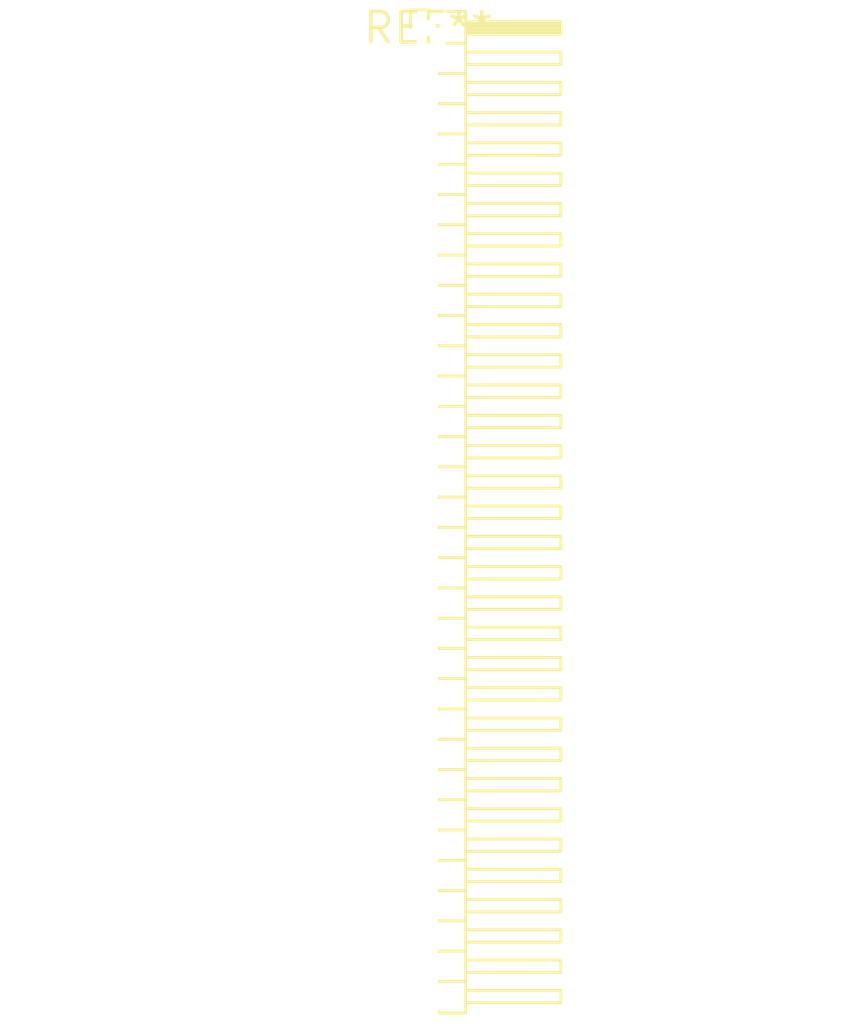
<source format=kicad_pcb>
(kicad_pcb (version 20240108) (generator pcbnew)
  (layers (0 "F.Cu" signal) (31 "B.Cu" signal) (34 "B.Paste" user) (35 "F.Paste" user) (36 "B.SilkS" user "B.Silkscreen") (37 "F.SilkS" user "F.Silkscreen") (38 "B.Mask" user) (39 "F.Mask" user) (44 "Edge.Cuts" user))
  (net 0 "")
  (footprint "PinHeader_1x33_P1.27mm_Horizontal" (layer "F.Cu") (at 0 0)
    (property "Reference" "REF**")
    (property "Value" "PinHeader_1x33_P1.27mm_Horizontal")
    (fp_line (start -0.76 -0.76) (end 0 -0.76) (layer "F.SilkS") (stroke (width 0.12)))
    (fp_line (start -0.76 0) (end -0.76 -0.76) (layer "F.SilkS") (stroke (width 0.12)))
    (fp_line (start 0.44 1.889677) (end 0.44 1.920323) (layer "F.SilkS") (stroke (width 0.12)))
    (fp_line (start 0.44 1.905) (end 1.56 1.905) (layer "F.SilkS") (stroke (width 0.12)))
    (fp_line (start 0.44 3.159677) (end 0.44 3.190323) (layer "F.SilkS") (stroke (width 0.12)))
    (fp_line (start 0.44 3.175) (end 1.56 3.175) (layer "F.SilkS") (stroke (width 0.12)))
    (fp_line (start 0.44 4.429677) (end 0.44 4.460323) (layer "F.SilkS") (stroke (width 0.12)))
    (fp_line (start 0.44 4.445) (end 1.56 4.445) (layer "F.SilkS") (stroke (width 0.12)))
    (fp_line (start 0.44 5.699677) (end 0.44 5.730323) (layer "F.SilkS") (stroke (width 0.12)))
    (fp_line (start 0.44 5.715) (end 1.56 5.715) (layer "F.SilkS") (stroke (width 0.12)))
    (fp_line (start 0.44 6.969677) (end 0.44 7.000323) (layer "F.SilkS") (stroke (width 0.12)))
    (fp_line (start 0.44 6.985) (end 1.56 6.985) (layer "F.SilkS") (stroke (width 0.12)))
    (fp_line (start 0.44 8.239677) (end 0.44 8.270323) (layer "F.SilkS") (stroke (width 0.12)))
    (fp_line (start 0.44 8.255) (end 1.56 8.255) (layer "F.SilkS") (stroke (width 0.12)))
    (fp_line (start 0.44 9.509677) (end 0.44 9.540323) (layer "F.SilkS") (stroke (width 0.12)))
    (fp_line (start 0.44 9.525) (end 1.56 9.525) (layer "F.SilkS") (stroke (width 0.12)))
    (fp_line (start 0.44 10.779677) (end 0.44 10.810323) (layer "F.SilkS") (stroke (width 0.12)))
    (fp_line (start 0.44 10.795) (end 1.56 10.795) (layer "F.SilkS") (stroke (width 0.12)))
    (fp_line (start 0.44 12.049677) (end 0.44 12.080323) (layer "F.SilkS") (stroke (width 0.12)))
    (fp_line (start 0.44 12.065) (end 1.56 12.065) (layer "F.SilkS") (stroke (width 0.12)))
    (fp_line (start 0.44 13.319677) (end 0.44 13.350323) (layer "F.SilkS") (stroke (width 0.12)))
    (fp_line (start 0.44 13.335) (end 1.56 13.335) (layer "F.SilkS") (stroke (width 0.12)))
    (fp_line (start 0.44 14.589677) (end 0.44 14.620323) (layer "F.SilkS") (stroke (width 0.12)))
    (fp_line (start 0.44 14.605) (end 1.56 14.605) (layer "F.SilkS") (stroke (width 0.12)))
    (fp_line (start 0.44 15.859677) (end 0.44 15.890323) (layer "F.SilkS") (stroke (width 0.12)))
    (fp_line (start 0.44 15.875) (end 1.56 15.875) (layer "F.SilkS") (stroke (width 0.12)))
    (fp_line (start 0.44 17.129677) (end 0.44 17.160323) (layer "F.SilkS") (stroke (width 0.12)))
    (fp_line (start 0.44 17.145) (end 1.56 17.145) (layer "F.SilkS") (stroke (width 0.12)))
    (fp_line (start 0.44 18.399677) (end 0.44 18.430323) (layer "F.SilkS") (stroke (width 0.12)))
    (fp_line (start 0.44 18.415) (end 1.56 18.415) (layer "F.SilkS") (stroke (width 0.12)))
    (fp_line (start 0.44 19.669677) (end 0.44 19.700323) (layer "F.SilkS") (stroke (width 0.12)))
    (fp_line (start 0.44 19.685) (end 1.56 19.685) (layer "F.SilkS") (stroke (width 0.12)))
    (fp_line (start 0.44 20.939677) (end 0.44 20.970323) (layer "F.SilkS") (stroke (width 0.12)))
    (fp_line (start 0.44 20.955) (end 1.56 20.955) (layer "F.SilkS") (stroke (width 0.12)))
    (fp_line (start 0.44 22.209677) (end 0.44 22.240323) (layer "F.SilkS") (stroke (width 0.12)))
    (fp_line (start 0.44 22.225) (end 1.56 22.225) (layer "F.SilkS") (stroke (width 0.12)))
    (fp_line (start 0.44 23.479677) (end 0.44 23.510323) (layer "F.SilkS") (stroke (width 0.12)))
    (fp_line (start 0.44 23.495) (end 1.56 23.495) (layer "F.SilkS") (stroke (width 0.12)))
    (fp_line (start 0.44 24.749677) (end 0.44 24.780323) (layer "F.SilkS") (stroke (width 0.12)))
    (fp_line (start 0.44 24.765) (end 1.56 24.765) (layer "F.SilkS") (stroke (width 0.12)))
    (fp_line (start 0.44 26.019677) (end 0.44 26.050323) (layer "F.SilkS") (stroke (width 0.12)))
    (fp_line (start 0.44 26.035) (end 1.56 26.035) (layer "F.SilkS") (stroke (width 0.12)))
    (fp_line (start 0.44 27.289677) (end 0.44 27.320323) (layer "F.SilkS") (stroke (width 0.12)))
    (fp_line (start 0.44 27.305) (end 1.56 27.305) (layer "F.SilkS") (stroke (width 0.12)))
    (fp_line (start 0.44 28.559677) (end 0.44 28.590323) (layer "F.SilkS") (stroke (width 0.12)))
    (fp_line (start 0.44 28.575) (end 1.56 28.575) (layer "F.SilkS") (stroke (width 0.12)))
    (fp_line (start 0.44 29.829677) (end 0.44 29.860323) (layer "F.SilkS") (stroke (width 0.12)))
    (fp_line (start 0.44 29.845) (end 1.56 29.845) (layer "F.SilkS") (stroke (width 0.12)))
    (fp_line (start 0.44 31.099677) (end 0.44 31.130323) (layer "F.SilkS") (stroke (width 0.12)))
    (fp_line (start 0.44 31.115) (end 1.56 31.115) (layer "F.SilkS") (stroke (width 0.12)))
    (fp_line (start 0.44 32.369677) (end 0.44 32.400323) (layer "F.SilkS") (stroke (width 0.12)))
    (fp_line (start 0.44 32.385) (end 1.56 32.385) (layer "F.SilkS") (stroke (width 0.12)))
    (fp_line (start 0.44 33.639677) (end 0.44 33.670323) (layer "F.SilkS") (stroke (width 0.12)))
    (fp_line (start 0.44 33.655) (end 1.56 33.655) (layer "F.SilkS") (stroke (width 0.12)))
    (fp_line (start 0.44 34.909677) (end 0.44 34.940323) (layer "F.SilkS") (stroke (width 0.12)))
    (fp_line (start 0.44 34.925) (end 1.56 34.925) (layer "F.SilkS") (stroke (width 0.12)))
    (fp_line (start 0.44 36.179677) (end 0.44 36.210323) (layer "F.SilkS") (stroke (width 0.12)))
    (fp_line (start 0.44 36.195) (end 1.56 36.195) (layer "F.SilkS") (stroke (width 0.12)))
    (fp_line (start 0.44 37.449677) (end 0.44 37.480323) (layer "F.SilkS") (stroke (width 0.12)))
    (fp_line (start 0.44 37.465) (end 1.56 37.465) (layer "F.SilkS") (stroke (width 0.12)))
    (fp_line (start 0.44 38.719677) (end 0.44 38.750323) (layer "F.SilkS") (stroke (width 0.12)))
    (fp_line (start 0.44 38.735) (end 1.56 38.735) (layer "F.SilkS") (stroke (width 0.12)))
    (fp_line (start 0.44 39.989677) (end 0.44 40.020323) (layer "F.SilkS") (stroke (width 0.12)))
    (fp_line (start 0.44 40.005) (end 1.56 40.005) (layer "F.SilkS") (stroke (width 0.12)))
    (fp_line (start 0.44 41.335) (end 0.44 41.259677) (layer "F.SilkS") (stroke (width 0.12)))
    (fp_line (start 0.76 -0.695) (end 1.56 -0.695) (layer "F.SilkS") (stroke (width 0.12)))
    (fp_line (start 0.76 0.635) (end 1.56 0.635) (layer "F.SilkS") (stroke (width 0.12)))
    (fp_line (start 1.56 -0.695) (end 1.56 41.335) (layer "F.SilkS") (stroke (width 0.12)))
    (fp_line (start 1.56 -0.26) (end 5.56 -0.26) (layer "F.SilkS") (stroke (width 0.12)))
    (fp_line (start 1.56 -0.2) (end 5.56 -0.2) (layer "F.SilkS") (stroke (width 0.12)))
    (fp_line (start 1.56 -0.08) (end 5.56 -0.08) (layer "F.SilkS") (stroke (width 0.12)))
    (fp_line (start 1.56 0.04) (end 5.56 0.04) (layer "F.SilkS") (stroke (width 0.12)))
    (fp_line (start 1.56 0.16) (end 5.56 0.16) (layer "F.SilkS") (stroke (width 0.12)))
    (fp_line (start 1.56 1.01) (end 5.56 1.01) (layer "F.SilkS") (stroke (width 0.12)))
    (fp_line (start 1.56 2.28) (end 5.56 2.28) (layer "F.SilkS") (stroke (width 0.12)))
    (fp_line (start 1.56 3.55) (end 5.56 3.55) (layer "F.SilkS") (stroke (width 0.12)))
    (fp_line (start 1.56 4.82) (end 5.56 4.82) (layer "F.SilkS") (stroke (width 0.12)))
    (fp_line (start 1.56 6.09) (end 5.56 6.09) (layer "F.SilkS") (stroke (width 0.12)))
    (fp_line (start 1.56 7.36) (end 5.56 7.36) (layer "F.SilkS") (stroke (width 0.12)))
    (fp_line (start 1.56 8.63) (end 5.56 8.63) (layer "F.SilkS") (stroke (width 0.12)))
    (fp_line (start 1.56 9.9) (end 5.56 9.9) (layer "F.SilkS") (stroke (width 0.12)))
    (fp_line (start 1.56 11.17) (end 5.56 11.17) (layer "F.SilkS") (stroke (width 0.12)))
    (fp_line (start 1.56 12.44) (end 5.56 12.44) (layer "F.SilkS") (stroke (width 0.12)))
    (fp_line (start 1.56 13.71) (end 5.56 13.71) (layer "F.SilkS") (stroke (width 0.12)))
    (fp_line (start 1.56 14.98) (end 5.56 14.98) (layer "F.SilkS") (stroke (width 0.12)))
    (fp_line (start 1.56 16.25) (end 5.56 16.25) (layer "F.SilkS") (stroke (width 0.12)))
    (fp_line (start 1.56 17.52) (end 5.56 17.52) (layer "F.SilkS") (stroke (width 0.12)))
    (fp_line (start 1.56 18.79) (end 5.56 18.79) (layer "F.SilkS") (stroke (width 0.12)))
    (fp_line (start 1.56 20.06) (end 5.56 20.06) (layer "F.SilkS") (stroke (width 0.12)))
    (fp_line (start 1.56 21.33) (end 5.56 21.33) (layer "F.SilkS") (stroke (width 0.12)))
    (fp_line (start 1.56 22.6) (end 5.56 22.6) (layer "F.SilkS") (stroke (width 0.12)))
    (fp_line (start 1.56 23.87) (end 5.56 23.87) (layer "F.SilkS") (stroke (width 0.12)))
    (fp_line (start 1.56 25.14) (end 5.56 25.14) (layer "F.SilkS") (stroke (width 0.12)))
    (fp_line (start 1.56 26.41) (end 5.56 26.41) (layer "F.SilkS") (stroke (width 0.12)))
    (fp_line (start 1.56 27.68) (end 5.56 27.68) (layer "F.SilkS") (stroke (width 0.12)))
    (fp_line (start 1.56 28.95) (end 5.56 28.95) (layer "F.SilkS") (stroke (width 0.12)))
    (fp_line (start 1.56 30.22) (end 5.56 30.22) (layer "F.SilkS") (stroke (width 0.12)))
    (fp_line (start 1.56 31.49) (end 5.56 31.49) (layer "F.SilkS") (stroke (width 0.12)))
    (fp_line (start 1.56 32.76) (end 5.56 32.76) (layer "F.SilkS") (stroke (width 0.12)))
    (fp_line (start 1.56 34.03) (end 5.56 34.03) (layer "F.SilkS") (stroke (width 0.12)))
    (fp_line (start 1.56 35.3) (end 5.56 35.3) (layer "F.SilkS") (stroke (width 0.12)))
    (fp_line (start 1.56 36.57) (end 5.56 36.57) (layer "F.SilkS") (stroke (width 0.12)))
    (fp_line (start 1.56 37.84) (end 5.56 37.84) (layer "F.SilkS") (stroke (width 0.12)))
    (fp_line (start 1.56 39.11) (end 5.56 39.11) (layer "F.SilkS") (stroke (width 0.12)))
    (fp_line (start 1.56 40.38) (end 5.56 40.38) (layer "F.SilkS") (stroke (width 0.12)))
    (fp_line (start 1.56 41.335) (end 0.44 41.335) (layer "F.SilkS") (stroke (width 0.12)))
    (fp_line (start 5.56 -0.26) (end 5.56 0.26) (layer "F.SilkS") (stroke (width 0.12)))
    (fp_line (start 5.56 0.26) (end 1.56 0.26) (layer "F.SilkS") (stroke (width 0.12)))
    (fp_line (start 5.56 1.01) (end 5.56 1.53) (layer "F.SilkS") (stroke (width 0.12)))
    (fp_line (start 5.56 1.53) (end 1.56 1.53) (layer "F.SilkS") (stroke (width 0.12)))
    (fp_line (start 5.56 2.28) (end 5.56 2.8) (layer "F.SilkS") (stroke (width 0.12)))
    (fp_line (start 5.56 2.8) (end 1.56 2.8) (layer "F.SilkS") (stroke (width 0.12)))
    (fp_line (start 5.56 3.55) (end 5.56 4.07) (layer "F.SilkS") (stroke (width 0.12)))
    (fp_line (start 5.56 4.07) (end 1.56 4.07) (layer "F.SilkS") (stroke (width 0.12)))
    (fp_line (start 5.56 4.82) (end 5.56 5.34) (layer "F.SilkS") (stroke (width 0.12)))
    (fp_line (start 5.56 5.34) (end 1.56 5.34) (layer "F.SilkS") (stroke (width 0.12)))
    (fp_line (start 5.56 6.09) (end 5.56 6.61) (layer "F.SilkS") (stroke (width 0.12)))
    (fp_line (start 5.56 6.61) (end 1.56 6.61) (layer "F.SilkS") (stroke (width 0.12)))
    (fp_line (start 5.56 7.36) (end 5.56 7.88) (layer "F.SilkS") (stroke (width 0.12)))
    (fp_line (start 5.56 7.88) (end 1.56 7.88) (layer "F.SilkS") (stroke (width 0.12)))
    (fp_line (start 5.56 8.63) (end 5.56 9.15) (layer "F.SilkS") (stroke (width 0.12)))
    (fp_line (start 5.56 9.15) (end 1.56 9.15) (layer "F.SilkS") (stroke (width 0.12)))
    (fp_line (start 5.56 9.9) (end 5.56 10.42) (layer "F.SilkS") (stroke (width 0.12)))
    (fp_line (start 5.56 10.42) (end 1.56 10.42) (layer "F.SilkS") (stroke (width 0.12)))
    (fp_line (start 5.56 11.17) (end 5.56 11.69) (layer "F.SilkS") (stroke (width 0.12)))
    (fp_line (start 5.56 11.69) (end 1.56 11.69) (layer "F.SilkS") (stroke (width 0.12)))
    (fp_line (start 5.56 12.44) (end 5.56 12.96) (layer "F.SilkS") (stroke (width 0.12)))
    (fp_line (start 5.56 12.96) (end 1.56 12.96) (layer "F.SilkS") (stroke (width 0.12)))
    (fp_line (start 5.56 13.71) (end 5.56 14.23) (layer "F.SilkS") (stroke (width 0.12)))
    (fp_line (start 5.56 14.23) (end 1.56 14.23) (layer "F.SilkS") (stroke (width 0.12)))
    (fp_line (start 5.56 14.98) (end 5.56 15.5) (layer "F.SilkS") (stroke (width 0.12)))
    (fp_line (start 5.56 15.5) (end 1.56 15.5) (layer "F.SilkS") (stroke (width 0.12)))
    (fp_line (start 5.56 16.25) (end 5.56 16.77) (layer "F.SilkS") (stroke (width 0.12)))
    (fp_line (start 5.56 16.77) (end 1.56 16.77) (layer "F.SilkS") (stroke (width 0.12)))
    (fp_line (start 5.56 17.52) (end 5.56 18.04) (layer "F.SilkS") (stroke (width 0.12)))
    (fp_line (start 5.56 18.04) (end 1.56 18.04) (layer "F.SilkS") (stroke (width 0.12)))
    (fp_line (start 5.56 18.79) (end 5.56 19.31) (layer "F.SilkS") (stroke (width 0.12)))
    (fp_line (start 5.56 19.31) (end 1.56 19.31) (layer "F.SilkS") (stroke (width 0.12)))
    (fp_line (start 5.56 20.06) (end 5.56 20.58) (layer "F.SilkS") (stroke (width 0.12)))
    (fp_line (start 5.56 20.58) (end 1.56 20.58) (layer "F.SilkS") (stroke (width 0.12)))
    (fp_line (start 5.56 21.33) (end 5.56 21.85) (layer "F.SilkS") (stroke (width 0.12)))
    (fp_line (start 5.56 21.85) (end 1.56 21.85) (layer "F.SilkS") (stroke (width 0.12)))
    (fp_line (start 5.56 22.6) (end 5.56 23.12) (layer "F.SilkS") (stroke (width 0.12)))
    (fp_line (start 5.56 23.12) (end 1.56 23.12) (layer "F.SilkS") (stroke (width 0.12)))
    (fp_line (start 5.56 23.87) (end 5.56 24.39) (layer "F.SilkS") (stroke (width 0.12)))
    (fp_line (start 5.56 24.39) (end 1.56 24.39) (layer "F.SilkS") (stroke (width 0.12)))
    (fp_line (start 5.56 25.14) (end 5.56 25.66) (layer "F.SilkS") (stroke (width 0.12)))
    (fp_line (start 5.56 25.66) (end 1.56 25.66) (layer "F.SilkS") (stroke (width 0.12)))
    (fp_line (start 5.56 26.41) (end 5.56 26.93) (layer "F.SilkS") (stroke (width 0.12)))
    (fp_line (start 5.56 26.93) (end 1.56 26.93) (layer "F.SilkS") (stroke (width 0.12)))
    (fp_line (start 5.56 27.68) (end 5.56 28.2) (layer "F.SilkS") (stroke (width 0.12)))
    (fp_line (start 5.56 28.2) (end 1.56 28.2) (layer "F.SilkS") (stroke (width 0.12)))
    (fp_line (start 5.56 28.95) (end 5.56 29.47) (layer "F.SilkS") (stroke (width 0.12)))
    (fp_line (start 5.56 29.47) (end 1.56 29.47) (layer "F.SilkS") (stroke (width 0.12)))
    (fp_line (start 5.56 30.22) (end 5.56 30.74) (layer "F.SilkS") (stroke (width 0.12)))
    (fp_line (start 5.56 30.74) (end 1.56 30.74) (layer "F.SilkS") (stroke (width 0.12)))
    (fp_line (start 5.56 31.49) (end 5.56 32.01) (layer "F.SilkS") (stroke (width 0.12)))
    (fp_line (start 5.56 32.01) (end 1.56 32.01) (layer "F.SilkS") (stroke (width 0.12)))
    (fp_line (start 5.56 32.76) (end 5.56 33.28) (layer "F.SilkS") (stroke (width 0.12)))
    (fp_line (start 5.56 33.28) (end 1.56 33.28) (layer "F.SilkS") (stroke (width 0.12)))
    (fp_line (start 5.56 34.03) (end 5.56 34.55) (layer "F.SilkS") (stroke (width 0.12)))
    (fp_line (start 5.56 34.55) (end 1.56 34.55) (layer "F.SilkS") (stroke (width 0.12)))
    (fp_line (start 5.56 35.3) (end 5.56 35.82) (layer "F.SilkS") (stroke (width 0.12)))
    (fp_line (start 5.56 35.82) (end 1.56 35.82) (layer "F.SilkS") (stroke (width 0.12)))
    (fp_line (start 5.56 36.57) (end 5.56 37.09) (layer "F.SilkS") (stroke (width 0.12)))
    (fp_line (start 5.56 37.09) (end 1.56 37.09) (layer "F.SilkS") (stroke (width 0.12)))
    (fp_line (start 5.56 37.84) (end 5.56 38.36) (layer "F.SilkS") (stroke (width 0.12)))
    (fp_line (start 5.56 38.36) (end 1.56 38.36) (layer "F.SilkS") (stroke (width 0.12)))
    (fp_line (start 5.56 39.11) (end 5.56 39.63) (layer "F.SilkS") (stroke (width 0.12)))
    (fp_line (start 5.56 39.63) (end 1.56 39.63) (layer "F.SilkS") (stroke (width 0.12)))
    (fp_line (start 5.56 40.38) (end 5.56 40.9) (layer "F.SilkS") (stroke (width 0.12)))
    (fp_line (start 5.56 40.9) (end 1.56 40.9) (layer "F.SilkS") (stroke (width 0.12)))
    (pad "1" thru_hole rect (at 0 0) (size 1 1) (drill 0.65) (layers *.Cu *.Mask) (remove_unused_layers))
    (pad "2" thru_hole oval (at 0 1.27) (size 1 1) (drill 0.65) (layers *.Cu *.Mask) (remove_unused_layers))
    (pad "3" thru_hole oval (at 0 2.54) (size 1 1) (drill 0.65) (layers *.Cu *.Mask) (remove_unused_layers))
    (pad "4" thru_hole oval (at 0 3.81) (size 1 1) (drill 0.65) (layers *.Cu *.Mask) (remove_unused_layers))
    (pad "5" thru_hole oval (at 0 5.08) (size 1 1) (drill 0.65) (layers *.Cu *.Mask) (remove_unused_layers))
    (pad "6" thru_hole oval (at 0 6.35) (size 1 1) (drill 0.65) (layers *.Cu *.Mask) (remove_unused_layers))
    (pad "7" thru_hole oval (at 0 7.62) (size 1 1) (drill 0.65) (layers *.Cu *.Mask) (remove_unused_layers))
    (pad "8" thru_hole oval (at 0 8.89) (size 1 1) (drill 0.65) (layers *.Cu *.Mask) (remove_unused_layers))
    (pad "9" thru_hole oval (at 0 10.16) (size 1 1) (drill 0.65) (layers *.Cu *.Mask) (remove_unused_layers))
    (pad "10" thru_hole oval (at 0 11.43) (size 1 1) (drill 0.65) (layers *.Cu *.Mask) (remove_unused_layers))
    (pad "11" thru_hole oval (at 0 12.7) (size 1 1) (drill 0.65) (layers *.Cu *.Mask) (remove_unused_layers))
    (pad "12" thru_hole oval (at 0 13.97) (size 1 1) (drill 0.65) (layers *.Cu *.Mask) (remove_unused_layers))
    (pad "13" thru_hole oval (at 0 15.24) (size 1 1) (drill 0.65) (layers *.Cu *.Mask) (remove_unused_layers))
    (pad "14" thru_hole oval (at 0 16.51) (size 1 1) (drill 0.65) (layers *.Cu *.Mask) (remove_unused_layers))
    (pad "15" thru_hole oval (at 0 17.78) (size 1 1) (drill 0.65) (layers *.Cu *.Mask) (remove_unused_layers))
    (pad "16" thru_hole oval (at 0 19.05) (size 1 1) (drill 0.65) (layers *.Cu *.Mask) (remove_unused_layers))
    (pad "17" thru_hole oval (at 0 20.32) (size 1 1) (drill 0.65) (layers *.Cu *.Mask) (remove_unused_layers))
    (pad "18" thru_hole oval (at 0 21.59) (size 1 1) (drill 0.65) (layers *.Cu *.Mask) (remove_unused_layers))
    (pad "19" thru_hole oval (at 0 22.86) (size 1 1) (drill 0.65) (layers *.Cu *.Mask) (remove_unused_layers))
    (pad "20" thru_hole oval (at 0 24.13) (size 1 1) (drill 0.65) (layers *.Cu *.Mask) (remove_unused_layers))
    (pad "21" thru_hole oval (at 0 25.4) (size 1 1) (drill 0.65) (layers *.Cu *.Mask) (remove_unused_layers))
    (pad "22" thru_hole oval (at 0 26.67) (size 1 1) (drill 0.65) (layers *.Cu *.Mask) (remove_unused_layers))
    (pad "23" thru_hole oval (at 0 27.94) (size 1 1) (drill 0.65) (layers *.Cu *.Mask) (remove_unused_layers))
    (pad "24" thru_hole oval (at 0 29.21) (size 1 1) (drill 0.65) (layers *.Cu *.Mask) (remove_unused_layers))
    (pad "25" thru_hole oval (at 0 30.48) (size 1 1) (drill 0.65) (layers *.Cu *.Mask) (remove_unused_layers))
    (pad "26" thru_hole oval (at 0 31.75) (size 1 1) (drill 0.65) (layers *.Cu *.Mask) (remove_unused_layers))
    (pad "27" thru_hole oval (at 0 33.02) (size 1 1) (drill 0.65) (layers *.Cu *.Mask) (remove_unused_layers))
    (pad "28" thru_hole oval (at 0 34.29) (size 1 1) (drill 0.65) (layers *.Cu *.Mask) (remove_unused_layers))
    (pad "29" thru_hole oval (at 0 35.56) (size 1 1) (drill 0.65) (layers *.Cu *.Mask) (remove_unused_layers))
    (pad "30" thru_hole oval (at 0 36.83) (size 1 1) (drill 0.65) (layers *.Cu *.Mask) (remove_unused_layers))
    (pad "31" thru_hole oval (at 0 38.1) (size 1 1) (drill 0.65) (layers *.Cu *.Mask) (remove_unused_layers))
    (pad "32" thru_hole oval (at 0 39.37) (size 1 1) (drill 0.65) (layers *.Cu *.Mask) (remove_unused_layers))
    (pad "33" thru_hole oval (at 0 40.64) (size 1 1) (drill 0.65) (layers *.Cu *.Mask) (remove_unused_layers))
  )
)
</source>
